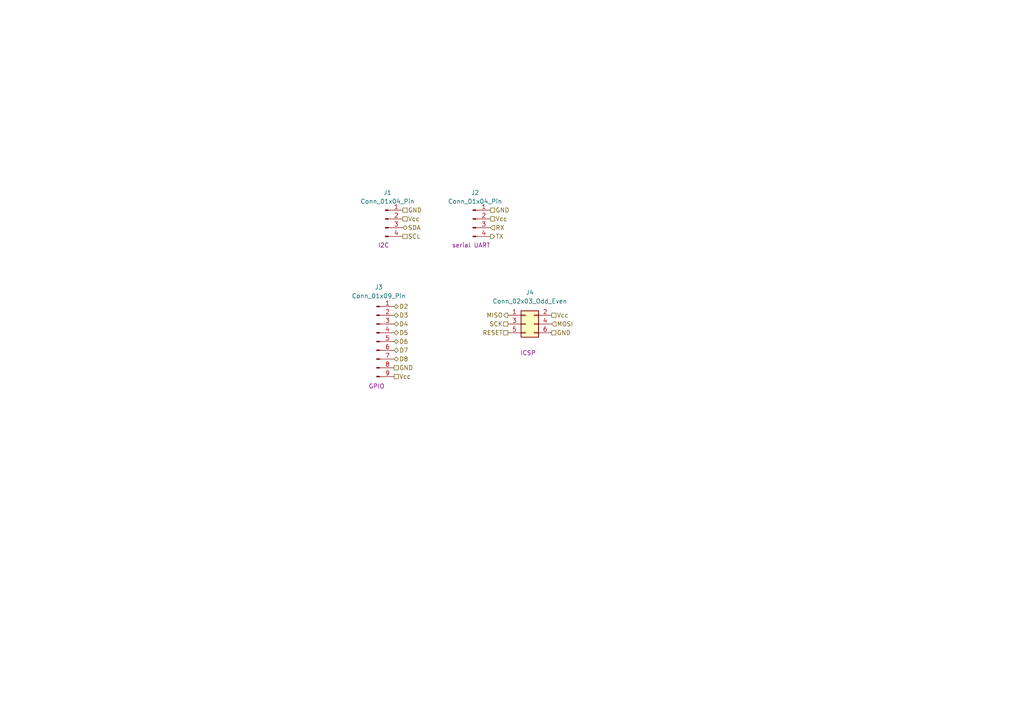
<source format=kicad_sch>
(kicad_sch
	(version 20250114)
	(generator "eeschema")
	(generator_version "9.0")
	(uuid "d41b3a46-5fae-4b52-90ec-57ce46932cf5")
	(paper "A4")
	(lib_symbols
		(symbol "Connector:Conn_01x04_Pin"
			(pin_names
				(offset 1.016)
				(hide yes)
			)
			(exclude_from_sim no)
			(in_bom yes)
			(on_board yes)
			(property "Reference" "J"
				(at 0 5.08 0)
				(effects
					(font
						(size 1.27 1.27)
					)
				)
			)
			(property "Value" "Conn_01x04_Pin"
				(at 0 -7.62 0)
				(effects
					(font
						(size 1.27 1.27)
					)
				)
			)
			(property "Footprint" ""
				(at 0 0 0)
				(effects
					(font
						(size 1.27 1.27)
					)
					(hide yes)
				)
			)
			(property "Datasheet" "~"
				(at 0 0 0)
				(effects
					(font
						(size 1.27 1.27)
					)
					(hide yes)
				)
			)
			(property "Description" "Generic connector, single row, 01x04, script generated"
				(at 0 0 0)
				(effects
					(font
						(size 1.27 1.27)
					)
					(hide yes)
				)
			)
			(property "ki_locked" ""
				(at 0 0 0)
				(effects
					(font
						(size 1.27 1.27)
					)
				)
			)
			(property "ki_keywords" "connector"
				(at 0 0 0)
				(effects
					(font
						(size 1.27 1.27)
					)
					(hide yes)
				)
			)
			(property "ki_fp_filters" "Connector*:*_1x??_*"
				(at 0 0 0)
				(effects
					(font
						(size 1.27 1.27)
					)
					(hide yes)
				)
			)
			(symbol "Conn_01x04_Pin_1_1"
				(rectangle
					(start 0.8636 2.667)
					(end 0 2.413)
					(stroke
						(width 0.1524)
						(type default)
					)
					(fill
						(type outline)
					)
				)
				(rectangle
					(start 0.8636 0.127)
					(end 0 -0.127)
					(stroke
						(width 0.1524)
						(type default)
					)
					(fill
						(type outline)
					)
				)
				(rectangle
					(start 0.8636 -2.413)
					(end 0 -2.667)
					(stroke
						(width 0.1524)
						(type default)
					)
					(fill
						(type outline)
					)
				)
				(rectangle
					(start 0.8636 -4.953)
					(end 0 -5.207)
					(stroke
						(width 0.1524)
						(type default)
					)
					(fill
						(type outline)
					)
				)
				(polyline
					(pts
						(xy 1.27 2.54) (xy 0.8636 2.54)
					)
					(stroke
						(width 0.1524)
						(type default)
					)
					(fill
						(type none)
					)
				)
				(polyline
					(pts
						(xy 1.27 0) (xy 0.8636 0)
					)
					(stroke
						(width 0.1524)
						(type default)
					)
					(fill
						(type none)
					)
				)
				(polyline
					(pts
						(xy 1.27 -2.54) (xy 0.8636 -2.54)
					)
					(stroke
						(width 0.1524)
						(type default)
					)
					(fill
						(type none)
					)
				)
				(polyline
					(pts
						(xy 1.27 -5.08) (xy 0.8636 -5.08)
					)
					(stroke
						(width 0.1524)
						(type default)
					)
					(fill
						(type none)
					)
				)
				(pin passive line
					(at 5.08 2.54 180)
					(length 3.81)
					(name "Pin_1"
						(effects
							(font
								(size 1.27 1.27)
							)
						)
					)
					(number "1"
						(effects
							(font
								(size 1.27 1.27)
							)
						)
					)
				)
				(pin passive line
					(at 5.08 0 180)
					(length 3.81)
					(name "Pin_2"
						(effects
							(font
								(size 1.27 1.27)
							)
						)
					)
					(number "2"
						(effects
							(font
								(size 1.27 1.27)
							)
						)
					)
				)
				(pin passive line
					(at 5.08 -2.54 180)
					(length 3.81)
					(name "Pin_3"
						(effects
							(font
								(size 1.27 1.27)
							)
						)
					)
					(number "3"
						(effects
							(font
								(size 1.27 1.27)
							)
						)
					)
				)
				(pin passive line
					(at 5.08 -5.08 180)
					(length 3.81)
					(name "Pin_4"
						(effects
							(font
								(size 1.27 1.27)
							)
						)
					)
					(number "4"
						(effects
							(font
								(size 1.27 1.27)
							)
						)
					)
				)
			)
			(embedded_fonts no)
		)
		(symbol "Connector:Conn_01x09_Pin"
			(pin_names
				(offset 1.016)
				(hide yes)
			)
			(exclude_from_sim no)
			(in_bom yes)
			(on_board yes)
			(property "Reference" "J"
				(at 0 12.7 0)
				(effects
					(font
						(size 1.27 1.27)
					)
				)
			)
			(property "Value" "Conn_01x09_Pin"
				(at 0 -12.7 0)
				(effects
					(font
						(size 1.27 1.27)
					)
				)
			)
			(property "Footprint" ""
				(at 0 0 0)
				(effects
					(font
						(size 1.27 1.27)
					)
					(hide yes)
				)
			)
			(property "Datasheet" "~"
				(at 0 0 0)
				(effects
					(font
						(size 1.27 1.27)
					)
					(hide yes)
				)
			)
			(property "Description" "Generic connector, single row, 01x09, script generated"
				(at 0 0 0)
				(effects
					(font
						(size 1.27 1.27)
					)
					(hide yes)
				)
			)
			(property "ki_locked" ""
				(at 0 0 0)
				(effects
					(font
						(size 1.27 1.27)
					)
				)
			)
			(property "ki_keywords" "connector"
				(at 0 0 0)
				(effects
					(font
						(size 1.27 1.27)
					)
					(hide yes)
				)
			)
			(property "ki_fp_filters" "Connector*:*_1x??_*"
				(at 0 0 0)
				(effects
					(font
						(size 1.27 1.27)
					)
					(hide yes)
				)
			)
			(symbol "Conn_01x09_Pin_1_1"
				(rectangle
					(start 0.8636 10.287)
					(end 0 10.033)
					(stroke
						(width 0.1524)
						(type default)
					)
					(fill
						(type outline)
					)
				)
				(rectangle
					(start 0.8636 7.747)
					(end 0 7.493)
					(stroke
						(width 0.1524)
						(type default)
					)
					(fill
						(type outline)
					)
				)
				(rectangle
					(start 0.8636 5.207)
					(end 0 4.953)
					(stroke
						(width 0.1524)
						(type default)
					)
					(fill
						(type outline)
					)
				)
				(rectangle
					(start 0.8636 2.667)
					(end 0 2.413)
					(stroke
						(width 0.1524)
						(type default)
					)
					(fill
						(type outline)
					)
				)
				(rectangle
					(start 0.8636 0.127)
					(end 0 -0.127)
					(stroke
						(width 0.1524)
						(type default)
					)
					(fill
						(type outline)
					)
				)
				(rectangle
					(start 0.8636 -2.413)
					(end 0 -2.667)
					(stroke
						(width 0.1524)
						(type default)
					)
					(fill
						(type outline)
					)
				)
				(rectangle
					(start 0.8636 -4.953)
					(end 0 -5.207)
					(stroke
						(width 0.1524)
						(type default)
					)
					(fill
						(type outline)
					)
				)
				(rectangle
					(start 0.8636 -7.493)
					(end 0 -7.747)
					(stroke
						(width 0.1524)
						(type default)
					)
					(fill
						(type outline)
					)
				)
				(rectangle
					(start 0.8636 -10.033)
					(end 0 -10.287)
					(stroke
						(width 0.1524)
						(type default)
					)
					(fill
						(type outline)
					)
				)
				(polyline
					(pts
						(xy 1.27 10.16) (xy 0.8636 10.16)
					)
					(stroke
						(width 0.1524)
						(type default)
					)
					(fill
						(type none)
					)
				)
				(polyline
					(pts
						(xy 1.27 7.62) (xy 0.8636 7.62)
					)
					(stroke
						(width 0.1524)
						(type default)
					)
					(fill
						(type none)
					)
				)
				(polyline
					(pts
						(xy 1.27 5.08) (xy 0.8636 5.08)
					)
					(stroke
						(width 0.1524)
						(type default)
					)
					(fill
						(type none)
					)
				)
				(polyline
					(pts
						(xy 1.27 2.54) (xy 0.8636 2.54)
					)
					(stroke
						(width 0.1524)
						(type default)
					)
					(fill
						(type none)
					)
				)
				(polyline
					(pts
						(xy 1.27 0) (xy 0.8636 0)
					)
					(stroke
						(width 0.1524)
						(type default)
					)
					(fill
						(type none)
					)
				)
				(polyline
					(pts
						(xy 1.27 -2.54) (xy 0.8636 -2.54)
					)
					(stroke
						(width 0.1524)
						(type default)
					)
					(fill
						(type none)
					)
				)
				(polyline
					(pts
						(xy 1.27 -5.08) (xy 0.8636 -5.08)
					)
					(stroke
						(width 0.1524)
						(type default)
					)
					(fill
						(type none)
					)
				)
				(polyline
					(pts
						(xy 1.27 -7.62) (xy 0.8636 -7.62)
					)
					(stroke
						(width 0.1524)
						(type default)
					)
					(fill
						(type none)
					)
				)
				(polyline
					(pts
						(xy 1.27 -10.16) (xy 0.8636 -10.16)
					)
					(stroke
						(width 0.1524)
						(type default)
					)
					(fill
						(type none)
					)
				)
				(pin passive line
					(at 5.08 10.16 180)
					(length 3.81)
					(name "Pin_1"
						(effects
							(font
								(size 1.27 1.27)
							)
						)
					)
					(number "1"
						(effects
							(font
								(size 1.27 1.27)
							)
						)
					)
				)
				(pin passive line
					(at 5.08 7.62 180)
					(length 3.81)
					(name "Pin_2"
						(effects
							(font
								(size 1.27 1.27)
							)
						)
					)
					(number "2"
						(effects
							(font
								(size 1.27 1.27)
							)
						)
					)
				)
				(pin passive line
					(at 5.08 5.08 180)
					(length 3.81)
					(name "Pin_3"
						(effects
							(font
								(size 1.27 1.27)
							)
						)
					)
					(number "3"
						(effects
							(font
								(size 1.27 1.27)
							)
						)
					)
				)
				(pin passive line
					(at 5.08 2.54 180)
					(length 3.81)
					(name "Pin_4"
						(effects
							(font
								(size 1.27 1.27)
							)
						)
					)
					(number "4"
						(effects
							(font
								(size 1.27 1.27)
							)
						)
					)
				)
				(pin passive line
					(at 5.08 0 180)
					(length 3.81)
					(name "Pin_5"
						(effects
							(font
								(size 1.27 1.27)
							)
						)
					)
					(number "5"
						(effects
							(font
								(size 1.27 1.27)
							)
						)
					)
				)
				(pin passive line
					(at 5.08 -2.54 180)
					(length 3.81)
					(name "Pin_6"
						(effects
							(font
								(size 1.27 1.27)
							)
						)
					)
					(number "6"
						(effects
							(font
								(size 1.27 1.27)
							)
						)
					)
				)
				(pin passive line
					(at 5.08 -5.08 180)
					(length 3.81)
					(name "Pin_7"
						(effects
							(font
								(size 1.27 1.27)
							)
						)
					)
					(number "7"
						(effects
							(font
								(size 1.27 1.27)
							)
						)
					)
				)
				(pin passive line
					(at 5.08 -7.62 180)
					(length 3.81)
					(name "Pin_8"
						(effects
							(font
								(size 1.27 1.27)
							)
						)
					)
					(number "8"
						(effects
							(font
								(size 1.27 1.27)
							)
						)
					)
				)
				(pin passive line
					(at 5.08 -10.16 180)
					(length 3.81)
					(name "Pin_9"
						(effects
							(font
								(size 1.27 1.27)
							)
						)
					)
					(number "9"
						(effects
							(font
								(size 1.27 1.27)
							)
						)
					)
				)
			)
			(embedded_fonts no)
		)
		(symbol "Connector_Generic:Conn_02x03_Odd_Even"
			(pin_names
				(offset 1.016)
				(hide yes)
			)
			(exclude_from_sim no)
			(in_bom yes)
			(on_board yes)
			(property "Reference" "J"
				(at 1.27 5.08 0)
				(effects
					(font
						(size 1.27 1.27)
					)
				)
			)
			(property "Value" "Conn_02x03_Odd_Even"
				(at 1.27 -5.08 0)
				(effects
					(font
						(size 1.27 1.27)
					)
				)
			)
			(property "Footprint" ""
				(at 0 0 0)
				(effects
					(font
						(size 1.27 1.27)
					)
					(hide yes)
				)
			)
			(property "Datasheet" "~"
				(at 0 0 0)
				(effects
					(font
						(size 1.27 1.27)
					)
					(hide yes)
				)
			)
			(property "Description" "Generic connector, double row, 02x03, odd/even pin numbering scheme (row 1 odd numbers, row 2 even numbers), script generated (kicad-library-utils/schlib/autogen/connector/)"
				(at 0 0 0)
				(effects
					(font
						(size 1.27 1.27)
					)
					(hide yes)
				)
			)
			(property "ki_keywords" "connector"
				(at 0 0 0)
				(effects
					(font
						(size 1.27 1.27)
					)
					(hide yes)
				)
			)
			(property "ki_fp_filters" "Connector*:*_2x??_*"
				(at 0 0 0)
				(effects
					(font
						(size 1.27 1.27)
					)
					(hide yes)
				)
			)
			(symbol "Conn_02x03_Odd_Even_1_1"
				(rectangle
					(start -1.27 3.81)
					(end 3.81 -3.81)
					(stroke
						(width 0.254)
						(type default)
					)
					(fill
						(type background)
					)
				)
				(rectangle
					(start -1.27 2.667)
					(end 0 2.413)
					(stroke
						(width 0.1524)
						(type default)
					)
					(fill
						(type none)
					)
				)
				(rectangle
					(start -1.27 0.127)
					(end 0 -0.127)
					(stroke
						(width 0.1524)
						(type default)
					)
					(fill
						(type none)
					)
				)
				(rectangle
					(start -1.27 -2.413)
					(end 0 -2.667)
					(stroke
						(width 0.1524)
						(type default)
					)
					(fill
						(type none)
					)
				)
				(rectangle
					(start 3.81 2.667)
					(end 2.54 2.413)
					(stroke
						(width 0.1524)
						(type default)
					)
					(fill
						(type none)
					)
				)
				(rectangle
					(start 3.81 0.127)
					(end 2.54 -0.127)
					(stroke
						(width 0.1524)
						(type default)
					)
					(fill
						(type none)
					)
				)
				(rectangle
					(start 3.81 -2.413)
					(end 2.54 -2.667)
					(stroke
						(width 0.1524)
						(type default)
					)
					(fill
						(type none)
					)
				)
				(pin passive line
					(at -5.08 2.54 0)
					(length 3.81)
					(name "Pin_1"
						(effects
							(font
								(size 1.27 1.27)
							)
						)
					)
					(number "1"
						(effects
							(font
								(size 1.27 1.27)
							)
						)
					)
				)
				(pin passive line
					(at -5.08 0 0)
					(length 3.81)
					(name "Pin_3"
						(effects
							(font
								(size 1.27 1.27)
							)
						)
					)
					(number "3"
						(effects
							(font
								(size 1.27 1.27)
							)
						)
					)
				)
				(pin passive line
					(at -5.08 -2.54 0)
					(length 3.81)
					(name "Pin_5"
						(effects
							(font
								(size 1.27 1.27)
							)
						)
					)
					(number "5"
						(effects
							(font
								(size 1.27 1.27)
							)
						)
					)
				)
				(pin passive line
					(at 7.62 2.54 180)
					(length 3.81)
					(name "Pin_2"
						(effects
							(font
								(size 1.27 1.27)
							)
						)
					)
					(number "2"
						(effects
							(font
								(size 1.27 1.27)
							)
						)
					)
				)
				(pin passive line
					(at 7.62 0 180)
					(length 3.81)
					(name "Pin_4"
						(effects
							(font
								(size 1.27 1.27)
							)
						)
					)
					(number "4"
						(effects
							(font
								(size 1.27 1.27)
							)
						)
					)
				)
				(pin passive line
					(at 7.62 -2.54 180)
					(length 3.81)
					(name "Pin_6"
						(effects
							(font
								(size 1.27 1.27)
							)
						)
					)
					(number "6"
						(effects
							(font
								(size 1.27 1.27)
							)
						)
					)
				)
			)
			(embedded_fonts no)
		)
	)
	(hierarchical_label "GND"
		(shape passive)
		(at 114.3 106.68 0)
		(effects
			(font
				(size 1.27 1.27)
			)
			(justify left)
		)
		(uuid "015c2ae0-def3-4806-bbc1-c19cd6ad9fc7")
	)
	(hierarchical_label "TX"
		(shape output)
		(at 142.24 68.58 0)
		(effects
			(font
				(size 1.27 1.27)
			)
			(justify left)
		)
		(uuid "02162c97-99e4-4b32-845c-df170df60c2b")
	)
	(hierarchical_label "SDA"
		(shape bidirectional)
		(at 116.84 66.04 0)
		(effects
			(font
				(size 1.27 1.27)
			)
			(justify left)
		)
		(uuid "0f7f5418-c839-40b4-bda0-0aa0ecbd461f")
	)
	(hierarchical_label "RX"
		(shape input)
		(at 142.24 66.04 0)
		(effects
			(font
				(size 1.27 1.27)
			)
			(justify left)
		)
		(uuid "1461bca7-64a1-49ac-b293-02790094279f")
	)
	(hierarchical_label "D8"
		(shape bidirectional)
		(at 114.3 104.14 0)
		(effects
			(font
				(size 1.27 1.27)
			)
			(justify left)
		)
		(uuid "19058953-3dcf-40de-99d2-ffce49b9e73b")
	)
	(hierarchical_label "D5"
		(shape bidirectional)
		(at 114.3 96.52 0)
		(effects
			(font
				(size 1.27 1.27)
			)
			(justify left)
		)
		(uuid "3c846db2-bdd5-42e6-9757-7ca0f9873061")
	)
	(hierarchical_label "MOSI"
		(shape input)
		(at 160.02 93.98 0)
		(effects
			(font
				(size 1.27 1.27)
			)
			(justify left)
		)
		(uuid "51a039ff-b4a2-4396-b198-8ef07cff0905")
	)
	(hierarchical_label "GND"
		(shape passive)
		(at 142.24 60.96 0)
		(effects
			(font
				(size 1.27 1.27)
			)
			(justify left)
		)
		(uuid "7100da5f-5c32-4924-8495-975f24f2dea0")
	)
	(hierarchical_label "GND"
		(shape passive)
		(at 160.02 96.52 0)
		(effects
			(font
				(size 1.27 1.27)
			)
			(justify left)
		)
		(uuid "721e686d-2e9a-43ae-a72c-8f786a951148")
	)
	(hierarchical_label "Vcc"
		(shape passive)
		(at 116.84 63.5 0)
		(effects
			(font
				(size 1.27 1.27)
			)
			(justify left)
		)
		(uuid "82d118fb-a1fe-42db-bd7c-5c6a9a8e9e06")
	)
	(hierarchical_label "D4"
		(shape bidirectional)
		(at 114.3 93.98 0)
		(effects
			(font
				(size 1.27 1.27)
			)
			(justify left)
		)
		(uuid "8e9f656f-f34e-45de-8055-4464ee61bbfc")
	)
	(hierarchical_label "GND"
		(shape passive)
		(at 116.84 60.96 0)
		(effects
			(font
				(size 1.27 1.27)
			)
			(justify left)
		)
		(uuid "9b252129-1b73-4ed8-b5dc-9d0e4dccc800")
	)
	(hierarchical_label "SCL"
		(shape passive)
		(at 116.84 68.58 0)
		(effects
			(font
				(size 1.27 1.27)
			)
			(justify left)
		)
		(uuid "a8802515-915e-4dc3-9a16-a61e9359a9f9")
	)
	(hierarchical_label "MISO"
		(shape output)
		(at 147.32 91.44 180)
		(effects
			(font
				(size 1.27 1.27)
			)
			(justify right)
		)
		(uuid "aa3ac00e-1936-4777-b4f7-3944eb6ed5d4")
	)
	(hierarchical_label "D3"
		(shape bidirectional)
		(at 114.3 91.44 0)
		(effects
			(font
				(size 1.27 1.27)
			)
			(justify left)
		)
		(uuid "ba26013d-efb6-4820-82f1-19f1688ecd35")
	)
	(hierarchical_label "D7"
		(shape bidirectional)
		(at 114.3 101.6 0)
		(effects
			(font
				(size 1.27 1.27)
			)
			(justify left)
		)
		(uuid "c206d78f-d6a4-41ed-9b5a-b69dc3811ea9")
	)
	(hierarchical_label "Vcc"
		(shape passive)
		(at 160.02 91.44 0)
		(effects
			(font
				(size 1.27 1.27)
			)
			(justify left)
		)
		(uuid "c93a013b-1ca5-4a5c-865b-3e565c459e41")
	)
	(hierarchical_label "D2"
		(shape bidirectional)
		(at 114.3 88.9 0)
		(effects
			(font
				(size 1.27 1.27)
			)
			(justify left)
		)
		(uuid "c9d3e2ed-c08a-4b10-b780-04ca6fb5ade5")
	)
	(hierarchical_label "SCK"
		(shape passive)
		(at 147.32 93.98 180)
		(effects
			(font
				(size 1.27 1.27)
			)
			(justify right)
		)
		(uuid "d2413185-0b54-4267-b8c0-17767abfda56")
	)
	(hierarchical_label "D6"
		(shape bidirectional)
		(at 114.3 99.06 0)
		(effects
			(font
				(size 1.27 1.27)
			)
			(justify left)
		)
		(uuid "e007df45-0c39-4d1e-b2cc-79a501cf4b66")
	)
	(hierarchical_label "RESET"
		(shape passive)
		(at 147.32 96.52 180)
		(effects
			(font
				(size 1.27 1.27)
			)
			(justify right)
		)
		(uuid "e6e68f27-6e32-4680-9674-6756252baa46")
	)
	(hierarchical_label "Vcc"
		(shape passive)
		(at 142.24 63.5 0)
		(effects
			(font
				(size 1.27 1.27)
			)
			(justify left)
		)
		(uuid "f07d3dda-4f6d-4e95-9a83-d520fcbb1c0f")
	)
	(hierarchical_label "Vcc"
		(shape passive)
		(at 114.3 109.22 0)
		(effects
			(font
				(size 1.27 1.27)
			)
			(justify left)
		)
		(uuid "f115f26e-760c-452b-87da-9152c8cd3301")
	)
	(symbol
		(lib_id "Connector:Conn_01x09_Pin")
		(at 109.22 99.06 0)
		(unit 1)
		(exclude_from_sim no)
		(in_bom yes)
		(on_board yes)
		(dnp no)
		(uuid "12acc608-4b7e-40b5-8460-1dc2f2360817")
		(property "Reference" "J3"
			(at 109.855 83.312 0)
			(effects
				(font
					(size 1.27 1.27)
				)
			)
		)
		(property "Value" "Conn_01x09_Pin"
			(at 109.855 85.852 0)
			(effects
				(font
					(size 1.27 1.27)
				)
			)
		)
		(property "Footprint" "Connector_PinHeader_2.54mm:PinHeader_1x09_P2.54mm_Vertical"
			(at 109.22 99.06 0)
			(effects
				(font
					(size 1.27 1.27)
				)
				(hide yes)
			)
		)
		(property "Datasheet" "~"
			(at 109.22 99.06 0)
			(effects
				(font
					(size 1.27 1.27)
				)
				(hide yes)
			)
		)
		(property "Description" "Generic connector, single row, 01x09, script generated"
			(at 109.22 99.06 0)
			(effects
				(font
					(size 1.27 1.27)
				)
				(hide yes)
			)
		)
		(property "purpose" "GPIO"
			(at 109.22 112.014 0)
			(effects
				(font
					(size 1.27 1.27)
				)
			)
		)
		(pin "2"
			(uuid "f529723c-8f2e-42c5-adb4-24a5aadaec60")
		)
		(pin "9"
			(uuid "0b1be523-2647-416e-8841-fcfcb08cf969")
		)
		(pin "7"
			(uuid "d1a77833-e1a1-4047-ba46-ade3c7407858")
		)
		(pin "1"
			(uuid "e0ff8854-6707-4297-8b10-a85b83bfbd12")
		)
		(pin "6"
			(uuid "9fb7efe0-58d3-4d0f-96c1-0c3fb40fa02e")
		)
		(pin "4"
			(uuid "55514ff0-a396-4297-b04d-6e840358602e")
		)
		(pin "5"
			(uuid "14d7d6f1-abaf-4038-918c-baa92034e7d1")
		)
		(pin "3"
			(uuid "9714aa2d-a119-4db0-9f3c-9fa5f968c4b1")
		)
		(pin "8"
			(uuid "025ca684-b0d5-4983-b9aa-bba43b98be3b")
		)
		(instances
			(project ""
				(path "/565bb4a8-ec33-4d25-94ce-d532c556c128/cf3757fa-eaf3-4862-9794-b245cad9630f"
					(reference "J3")
					(unit 1)
				)
			)
		)
	)
	(symbol
		(lib_id "Connector:Conn_01x04_Pin")
		(at 137.16 63.5 0)
		(unit 1)
		(exclude_from_sim no)
		(in_bom yes)
		(on_board yes)
		(dnp no)
		(uuid "3439e498-e1f5-434c-97bd-9f4df0f36366")
		(property "Reference" "J2"
			(at 137.795 55.88 0)
			(effects
				(font
					(size 1.27 1.27)
				)
			)
		)
		(property "Value" "Conn_01x04_Pin"
			(at 137.795 58.42 0)
			(effects
				(font
					(size 1.27 1.27)
				)
			)
		)
		(property "Footprint" "Connector_PinHeader_2.54mm:PinHeader_1x04_P2.54mm_Vertical"
			(at 137.16 63.5 0)
			(effects
				(font
					(size 1.27 1.27)
				)
				(hide yes)
			)
		)
		(property "Datasheet" "~"
			(at 137.16 63.5 0)
			(effects
				(font
					(size 1.27 1.27)
				)
				(hide yes)
			)
		)
		(property "Description" "Generic connector, single row, 01x04, script generated"
			(at 137.16 63.5 0)
			(effects
				(font
					(size 1.27 1.27)
				)
				(hide yes)
			)
		)
		(property "purpose" "serial UART"
			(at 136.652 71.12 0)
			(effects
				(font
					(size 1.27 1.27)
				)
			)
		)
		(pin "1"
			(uuid "60e647f1-7f34-4d90-8ef8-d408c9e81f8d")
		)
		(pin "2"
			(uuid "4121e4f0-860d-4fd8-a577-562850ffc6cc")
		)
		(pin "3"
			(uuid "8a92f333-5f25-4c7f-a88b-6261acea10e3")
		)
		(pin "4"
			(uuid "6f543f91-9e00-4600-86ce-6ee238adcefa")
		)
		(instances
			(project "MCU DATA Logger"
				(path "/565bb4a8-ec33-4d25-94ce-d532c556c128/cf3757fa-eaf3-4862-9794-b245cad9630f"
					(reference "J2")
					(unit 1)
				)
			)
		)
	)
	(symbol
		(lib_id "Connector_Generic:Conn_02x03_Odd_Even")
		(at 152.4 93.98 0)
		(unit 1)
		(exclude_from_sim no)
		(in_bom yes)
		(on_board yes)
		(dnp no)
		(uuid "61e436b4-9544-4c95-b899-5428249fa858")
		(property "Reference" "J4"
			(at 153.67 84.836 0)
			(effects
				(font
					(size 1.27 1.27)
				)
			)
		)
		(property "Value" "Conn_02x03_Odd_Even"
			(at 153.67 87.376 0)
			(effects
				(font
					(size 1.27 1.27)
				)
			)
		)
		(property "Footprint" "Connector_PinHeader_2.54mm:PinHeader_2x03_P2.54mm_Vertical"
			(at 152.4 93.98 0)
			(effects
				(font
					(size 1.27 1.27)
				)
				(hide yes)
			)
		)
		(property "Datasheet" "~"
			(at 152.4 93.98 0)
			(effects
				(font
					(size 1.27 1.27)
				)
				(hide yes)
			)
		)
		(property "Description" "Generic connector, double row, 02x03, odd/even pin numbering scheme (row 1 odd numbers, row 2 even numbers), script generated (kicad-library-utils/schlib/autogen/connector/)"
			(at 152.4 93.98 0)
			(effects
				(font
					(size 1.27 1.27)
				)
				(hide yes)
			)
		)
		(property "purpose" "ICSP"
			(at 153.162 102.362 0)
			(effects
				(font
					(size 1.27 1.27)
				)
			)
		)
		(pin "1"
			(uuid "4f73d06a-26be-4d62-a4fb-13d576b9363b")
		)
		(pin "4"
			(uuid "41e1b17e-219d-4003-9f86-821b43426324")
		)
		(pin "3"
			(uuid "83f8428a-5bed-4b38-adbb-9506878440a8")
		)
		(pin "2"
			(uuid "c59a8b7d-6a82-486a-93ff-b037ca0ded76")
		)
		(pin "5"
			(uuid "b5e446a2-abf9-420d-92c8-064b47df0250")
		)
		(pin "6"
			(uuid "6bdf61cd-b5bf-41b1-b511-82a4407532d5")
		)
		(instances
			(project ""
				(path "/565bb4a8-ec33-4d25-94ce-d532c556c128/cf3757fa-eaf3-4862-9794-b245cad9630f"
					(reference "J4")
					(unit 1)
				)
			)
		)
	)
	(symbol
		(lib_id "Connector:Conn_01x04_Pin")
		(at 111.76 63.5 0)
		(unit 1)
		(exclude_from_sim no)
		(in_bom yes)
		(on_board yes)
		(dnp no)
		(uuid "6d1f9aaa-2974-4292-ad53-4b9ed42f8a43")
		(property "Reference" "J1"
			(at 112.395 55.88 0)
			(effects
				(font
					(size 1.27 1.27)
				)
			)
		)
		(property "Value" "Conn_01x04_Pin"
			(at 112.395 58.42 0)
			(effects
				(font
					(size 1.27 1.27)
				)
			)
		)
		(property "Footprint" "Connector_PinHeader_2.54mm:PinHeader_1x04_P2.54mm_Vertical"
			(at 111.76 63.5 0)
			(effects
				(font
					(size 1.27 1.27)
				)
				(hide yes)
			)
		)
		(property "Datasheet" "~"
			(at 111.76 63.5 0)
			(effects
				(font
					(size 1.27 1.27)
				)
				(hide yes)
			)
		)
		(property "Description" "Generic connector, single row, 01x04, script generated"
			(at 111.76 63.5 0)
			(effects
				(font
					(size 1.27 1.27)
				)
				(hide yes)
			)
		)
		(property "purpose" "I2C"
			(at 111.252 71.12 0)
			(effects
				(font
					(size 1.27 1.27)
				)
			)
		)
		(pin "1"
			(uuid "10cdb107-f948-4806-b8e4-4babbd1f16c7")
		)
		(pin "2"
			(uuid "6af2e506-3687-44a0-a0e6-b9f277eafb35")
		)
		(pin "3"
			(uuid "0cd05ae6-1ca2-4c68-874e-8518a36c7e47")
		)
		(pin "4"
			(uuid "b73477d2-8906-4733-971c-27fea8e11bc7")
		)
		(instances
			(project ""
				(path "/565bb4a8-ec33-4d25-94ce-d532c556c128/cf3757fa-eaf3-4862-9794-b245cad9630f"
					(reference "J1")
					(unit 1)
				)
			)
		)
	)
)

</source>
